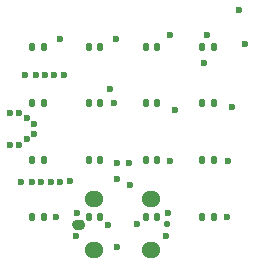
<source format=gbr>
%TF.GenerationSoftware,KiCad,Pcbnew,8.0.8*%
%TF.CreationDate,2025-09-03T22:29:27+08:00*%
%TF.ProjectId,FrekLedMini,4672656b-4c65-4644-9d69-6e692e6b6963,rev?*%
%TF.SameCoordinates,Original*%
%TF.FileFunction,Soldermask,Bot*%
%TF.FilePolarity,Negative*%
%FSLAX46Y46*%
G04 Gerber Fmt 4.6, Leading zero omitted, Abs format (unit mm)*
G04 Created by KiCad (PCBNEW 8.0.8) date 2025-09-03 22:29:27*
%MOMM*%
%LPD*%
G01*
G04 APERTURE LIST*
G04 Aperture macros list*
%AMRoundRect*
0 Rectangle with rounded corners*
0 $1 Rounding radius*
0 $2 $3 $4 $5 $6 $7 $8 $9 X,Y pos of 4 corners*
0 Add a 4 corners polygon primitive as box body*
4,1,4,$2,$3,$4,$5,$6,$7,$8,$9,$2,$3,0*
0 Add four circle primitives for the rounded corners*
1,1,$1+$1,$2,$3*
1,1,$1+$1,$4,$5*
1,1,$1+$1,$6,$7*
1,1,$1+$1,$8,$9*
0 Add four rect primitives between the rounded corners*
20,1,$1+$1,$2,$3,$4,$5,0*
20,1,$1+$1,$4,$5,$6,$7,0*
20,1,$1+$1,$6,$7,$8,$9,0*
20,1,$1+$1,$8,$9,$2,$3,0*%
G04 Aperture macros list end*
%ADD10C,0.100000*%
%ADD11C,0.570000*%
%ADD12O,1.604000X1.354000*%
%ADD13RoundRect,0.147500X-0.147500X-0.172500X0.147500X-0.172500X0.147500X0.172500X-0.147500X0.172500X0*%
%ADD14C,0.600000*%
G04 APERTURE END LIST*
D10*
%TO.C,J1*%
X107320000Y-118466000D02*
X107340000Y-118467000D01*
X107360000Y-118470000D01*
X107380000Y-118473000D01*
X107400000Y-118478000D01*
X107419000Y-118484000D01*
X107438000Y-118491000D01*
X107457000Y-118498000D01*
X107475000Y-118507000D01*
X107493000Y-118517000D01*
X107510000Y-118527000D01*
X107526000Y-118539000D01*
X107542000Y-118551000D01*
X107558000Y-118564000D01*
X107572000Y-118578000D01*
X107586000Y-118592000D01*
X107599000Y-118608000D01*
X107611000Y-118624000D01*
X107623000Y-118640000D01*
X107633000Y-118657000D01*
X107643000Y-118675000D01*
X107652000Y-118693000D01*
X107659000Y-118712000D01*
X107666000Y-118731000D01*
X107672000Y-118750000D01*
X107677000Y-118770000D01*
X107680000Y-118790000D01*
X107683000Y-118810000D01*
X107684000Y-118830000D01*
X107685000Y-118850000D01*
X107684000Y-118870000D01*
X107683000Y-118890000D01*
X107680000Y-118910000D01*
X107677000Y-118930000D01*
X107672000Y-118950000D01*
X107666000Y-118969000D01*
X107659000Y-118988000D01*
X107652000Y-119007000D01*
X107643000Y-119025000D01*
X107633000Y-119042000D01*
X107623000Y-119060000D01*
X107611000Y-119076000D01*
X107599000Y-119092000D01*
X107586000Y-119108000D01*
X107572000Y-119122000D01*
X107558000Y-119136000D01*
X107542000Y-119149000D01*
X107526000Y-119161000D01*
X107510000Y-119173000D01*
X107492000Y-119183000D01*
X107475000Y-119193000D01*
X107457000Y-119202000D01*
X107438000Y-119209000D01*
X107419000Y-119216000D01*
X107400000Y-119222000D01*
X107380000Y-119227000D01*
X107360000Y-119230000D01*
X107340000Y-119233000D01*
X107320000Y-119234000D01*
X107300000Y-119235000D01*
X107100000Y-119235000D01*
X107080000Y-119234000D01*
X107060000Y-119233000D01*
X107040000Y-119230000D01*
X107020000Y-119227000D01*
X107000000Y-119222000D01*
X106981000Y-119216000D01*
X106962000Y-119209000D01*
X106943000Y-119202000D01*
X106925000Y-119193000D01*
X106907000Y-119183000D01*
X106890000Y-119173000D01*
X106874000Y-119161000D01*
X106858000Y-119149000D01*
X106842000Y-119136000D01*
X106828000Y-119122000D01*
X106814000Y-119108000D01*
X106801000Y-119092000D01*
X106789000Y-119076000D01*
X106777000Y-119060000D01*
X106767000Y-119042000D01*
X106757000Y-119025000D01*
X106748000Y-119007000D01*
X106741000Y-118988000D01*
X106734000Y-118969000D01*
X106728000Y-118950000D01*
X106723000Y-118930000D01*
X106720000Y-118910000D01*
X106717000Y-118890000D01*
X106716000Y-118870000D01*
X106715000Y-118850000D01*
X106716000Y-118830000D01*
X106717000Y-118810000D01*
X106720000Y-118790000D01*
X106723000Y-118770000D01*
X106728000Y-118750000D01*
X106734000Y-118731000D01*
X106741000Y-118712000D01*
X106748000Y-118693000D01*
X106757000Y-118675000D01*
X106767000Y-118658000D01*
X106777000Y-118640000D01*
X106789000Y-118624000D01*
X106801000Y-118608000D01*
X106814000Y-118592000D01*
X106828000Y-118578000D01*
X106842000Y-118564000D01*
X106858000Y-118551000D01*
X106874000Y-118539000D01*
X106890000Y-118527000D01*
X106907000Y-118517000D01*
X106925000Y-118507000D01*
X106943000Y-118498000D01*
X106962000Y-118491000D01*
X106981000Y-118484000D01*
X107000000Y-118478000D01*
X107020000Y-118473000D01*
X107040000Y-118470000D01*
X107060000Y-118467000D01*
X107080000Y-118466000D01*
X107100000Y-118465000D01*
X107300000Y-118465000D01*
X107320000Y-118466000D01*
G36*
X107320000Y-118466000D02*
G01*
X107340000Y-118467000D01*
X107360000Y-118470000D01*
X107380000Y-118473000D01*
X107400000Y-118478000D01*
X107419000Y-118484000D01*
X107438000Y-118491000D01*
X107457000Y-118498000D01*
X107475000Y-118507000D01*
X107493000Y-118517000D01*
X107510000Y-118527000D01*
X107526000Y-118539000D01*
X107542000Y-118551000D01*
X107558000Y-118564000D01*
X107572000Y-118578000D01*
X107586000Y-118592000D01*
X107599000Y-118608000D01*
X107611000Y-118624000D01*
X107623000Y-118640000D01*
X107633000Y-118657000D01*
X107643000Y-118675000D01*
X107652000Y-118693000D01*
X107659000Y-118712000D01*
X107666000Y-118731000D01*
X107672000Y-118750000D01*
X107677000Y-118770000D01*
X107680000Y-118790000D01*
X107683000Y-118810000D01*
X107684000Y-118830000D01*
X107685000Y-118850000D01*
X107684000Y-118870000D01*
X107683000Y-118890000D01*
X107680000Y-118910000D01*
X107677000Y-118930000D01*
X107672000Y-118950000D01*
X107666000Y-118969000D01*
X107659000Y-118988000D01*
X107652000Y-119007000D01*
X107643000Y-119025000D01*
X107633000Y-119042000D01*
X107623000Y-119060000D01*
X107611000Y-119076000D01*
X107599000Y-119092000D01*
X107586000Y-119108000D01*
X107572000Y-119122000D01*
X107558000Y-119136000D01*
X107542000Y-119149000D01*
X107526000Y-119161000D01*
X107510000Y-119173000D01*
X107492000Y-119183000D01*
X107475000Y-119193000D01*
X107457000Y-119202000D01*
X107438000Y-119209000D01*
X107419000Y-119216000D01*
X107400000Y-119222000D01*
X107380000Y-119227000D01*
X107360000Y-119230000D01*
X107340000Y-119233000D01*
X107320000Y-119234000D01*
X107300000Y-119235000D01*
X107100000Y-119235000D01*
X107080000Y-119234000D01*
X107060000Y-119233000D01*
X107040000Y-119230000D01*
X107020000Y-119227000D01*
X107000000Y-119222000D01*
X106981000Y-119216000D01*
X106962000Y-119209000D01*
X106943000Y-119202000D01*
X106925000Y-119193000D01*
X106907000Y-119183000D01*
X106890000Y-119173000D01*
X106874000Y-119161000D01*
X106858000Y-119149000D01*
X106842000Y-119136000D01*
X106828000Y-119122000D01*
X106814000Y-119108000D01*
X106801000Y-119092000D01*
X106789000Y-119076000D01*
X106777000Y-119060000D01*
X106767000Y-119042000D01*
X106757000Y-119025000D01*
X106748000Y-119007000D01*
X106741000Y-118988000D01*
X106734000Y-118969000D01*
X106728000Y-118950000D01*
X106723000Y-118930000D01*
X106720000Y-118910000D01*
X106717000Y-118890000D01*
X106716000Y-118870000D01*
X106715000Y-118850000D01*
X106716000Y-118830000D01*
X106717000Y-118810000D01*
X106720000Y-118790000D01*
X106723000Y-118770000D01*
X106728000Y-118750000D01*
X106734000Y-118731000D01*
X106741000Y-118712000D01*
X106748000Y-118693000D01*
X106757000Y-118675000D01*
X106767000Y-118658000D01*
X106777000Y-118640000D01*
X106789000Y-118624000D01*
X106801000Y-118608000D01*
X106814000Y-118592000D01*
X106828000Y-118578000D01*
X106842000Y-118564000D01*
X106858000Y-118551000D01*
X106874000Y-118539000D01*
X106890000Y-118527000D01*
X106907000Y-118517000D01*
X106925000Y-118507000D01*
X106943000Y-118498000D01*
X106962000Y-118491000D01*
X106981000Y-118484000D01*
X107000000Y-118478000D01*
X107020000Y-118473000D01*
X107040000Y-118470000D01*
X107060000Y-118467000D01*
X107080000Y-118466000D01*
X107100000Y-118465000D01*
X107300000Y-118465000D01*
X107320000Y-118466000D01*
G37*
%TD*%
D11*
%TO.C,J1*%
X114700000Y-118850000D03*
D12*
X113350000Y-121000000D03*
X108550000Y-121000000D03*
X113350000Y-116700000D03*
X108550000Y-116700000D03*
%TD*%
D13*
%TO.C,D6*%
X108115000Y-113400000D03*
X109085000Y-113400000D03*
%TD*%
%TO.C,D5*%
X103315000Y-113400000D03*
X104285000Y-113400000D03*
%TD*%
%TO.C,D14*%
X108115000Y-103800000D03*
X109085000Y-103800000D03*
%TD*%
%TO.C,D4*%
X117715000Y-118200000D03*
X118685000Y-118200000D03*
%TD*%
%TO.C,D1*%
X103315000Y-118200000D03*
X104285000Y-118200000D03*
%TD*%
%TO.C,D11*%
X112915000Y-108600000D03*
X113885000Y-108600000D03*
%TD*%
%TO.C,D15*%
X112915000Y-103800000D03*
X113885000Y-103800000D03*
%TD*%
%TO.C,D7*%
X112915000Y-113400000D03*
X113885000Y-113400000D03*
%TD*%
%TO.C,D3*%
X112915000Y-118200000D03*
X113885000Y-118200000D03*
%TD*%
%TO.C,D9*%
X103315000Y-108600000D03*
X104285000Y-108600000D03*
%TD*%
%TO.C,D8*%
X117715000Y-113400000D03*
X118685000Y-113400000D03*
%TD*%
%TO.C,D13*%
X103315000Y-103800000D03*
X104285000Y-103800000D03*
%TD*%
%TO.C,D16*%
X117715000Y-103800000D03*
X118685000Y-103800000D03*
%TD*%
%TO.C,D12*%
X117715000Y-108600000D03*
X118685000Y-108600000D03*
%TD*%
%TO.C,D2*%
X108115000Y-118200000D03*
X109085000Y-118200000D03*
%TD*%
%TO.C,D10*%
X108115000Y-108600000D03*
X109085000Y-108600000D03*
%TD*%
D14*
X110500000Y-120800000D03*
X111600000Y-115500000D03*
X110500000Y-113700000D03*
X111500000Y-113700000D03*
X112200000Y-118800000D03*
X105350000Y-118200000D03*
X102700000Y-106200000D03*
X110400000Y-103200000D03*
X119900000Y-113500000D03*
X110200000Y-108600000D03*
X115000000Y-113500000D03*
X115000000Y-102800000D03*
X120200000Y-108900000D03*
X109700000Y-118900000D03*
X118100000Y-102800000D03*
X105700000Y-103200000D03*
X102400000Y-115300000D03*
X115400000Y-109200000D03*
X119800000Y-118200000D03*
X121305514Y-103594486D03*
X106500000Y-115200000D03*
X114600000Y-119800000D03*
X107000000Y-119800000D03*
X114800000Y-117900000D03*
X117900000Y-105200000D03*
X120800000Y-100700000D03*
X110500000Y-115000000D03*
X109900000Y-107400000D03*
X107100000Y-117900000D03*
X106000000Y-106200000D03*
X105200000Y-106200000D03*
X104400000Y-106200000D03*
X103600000Y-106200000D03*
X103487349Y-110363784D03*
X102910002Y-109810002D03*
X102200000Y-109400000D03*
X101400000Y-109400000D03*
X101400000Y-112100000D03*
X102200000Y-112100000D03*
X102862228Y-111637772D03*
X103506525Y-111163557D03*
X103299988Y-115300000D03*
X104099991Y-115300000D03*
X104900000Y-115300000D03*
X105700000Y-115300000D03*
M02*

</source>
